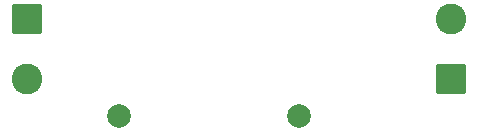
<source format=gbr>
%TF.GenerationSoftware,KiCad,Pcbnew,9.0.4*%
%TF.CreationDate,2025-09-10T23:34:52+05:30*%
%TF.ProjectId,LMR51450,4c4d5235-3134-4353-902e-6b696361645f,rev?*%
%TF.SameCoordinates,Original*%
%TF.FileFunction,Soldermask,Bot*%
%TF.FilePolarity,Negative*%
%FSLAX46Y46*%
G04 Gerber Fmt 4.6, Leading zero omitted, Abs format (unit mm)*
G04 Created by KiCad (PCBNEW 9.0.4) date 2025-09-10 23:34:52*
%MOMM*%
%LPD*%
G01*
G04 APERTURE LIST*
G04 Aperture macros list*
%AMRoundRect*
0 Rectangle with rounded corners*
0 $1 Rounding radius*
0 $2 $3 $4 $5 $6 $7 $8 $9 X,Y pos of 4 corners*
0 Add a 4 corners polygon primitive as box body*
4,1,4,$2,$3,$4,$5,$6,$7,$8,$9,$2,$3,0*
0 Add four circle primitives for the rounded corners*
1,1,$1+$1,$2,$3*
1,1,$1+$1,$4,$5*
1,1,$1+$1,$6,$7*
1,1,$1+$1,$8,$9*
0 Add four rect primitives between the rounded corners*
20,1,$1+$1,$2,$3,$4,$5,0*
20,1,$1+$1,$4,$5,$6,$7,0*
20,1,$1+$1,$6,$7,$8,$9,0*
20,1,$1+$1,$8,$9,$2,$3,0*%
G04 Aperture macros list end*
%ADD10RoundRect,0.250000X-1.050000X1.050000X-1.050000X-1.050000X1.050000X-1.050000X1.050000X1.050000X0*%
%ADD11C,2.600000*%
%ADD12RoundRect,0.250000X1.050000X-1.050000X1.050000X1.050000X-1.050000X1.050000X-1.050000X-1.050000X0*%
%ADD13C,2.000000*%
G04 APERTURE END LIST*
D10*
%TO.C,J1*%
X158577500Y-77465000D03*
D11*
X158577500Y-82545000D03*
%TD*%
D12*
%TO.C,J2*%
X194482500Y-82555000D03*
D11*
X194482500Y-77475000D03*
%TD*%
D13*
%TO.C,Lout1*%
X166365000Y-85725000D03*
X181605000Y-85725000D03*
%TD*%
M02*

</source>
